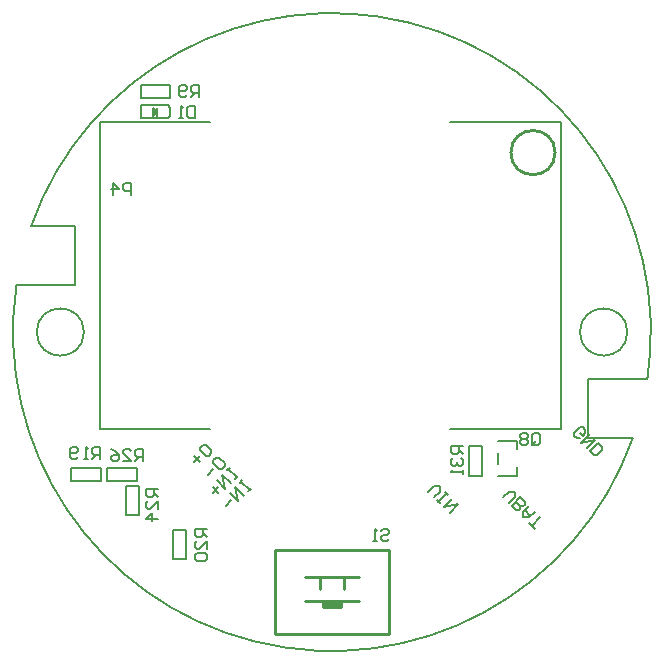
<source format=gbo>
%FSLAX25Y25*%
%MOIN*%
G70*
G01*
G75*
G04 Layer_Color=32896*
%ADD10R,0.03347X0.02756*%
%ADD11R,0.02362X0.03937*%
%ADD12O,0.04724X0.00984*%
%ADD13R,0.04724X0.01772*%
%ADD14O,0.04724X0.01772*%
%ADD15O,0.00984X0.04724*%
%ADD16O,0.01772X0.04724*%
%ADD17R,0.03937X0.02362*%
%ADD18R,0.02756X0.03347*%
%ADD19R,0.04724X0.01969*%
%ADD20O,0.03543X0.01969*%
%ADD21O,0.03543X0.01969*%
%ADD22R,0.03543X0.01969*%
%ADD23O,0.02500X0.05500*%
%ADD24R,0.02500X0.05500*%
%ADD25R,0.07874X0.07874*%
%ADD26C,0.01200*%
%ADD27C,0.06000*%
%ADD28C,0.01000*%
%ADD29C,0.02000*%
%ADD30C,0.00800*%
%ADD31C,0.01500*%
%ADD32C,0.03000*%
%ADD33C,0.05000*%
%ADD34C,0.00500*%
%ADD35C,0.05906*%
%ADD36P,0.08352X4X180.0*%
%ADD37R,0.05906X0.05906*%
G04:AMPARAMS|DCode=38|XSize=78.74mil|YSize=118.11mil|CornerRadius=0mil|HoleSize=0mil|Usage=FLASHONLY|Rotation=45.000|XOffset=0mil|YOffset=0mil|HoleType=Round|Shape=Rectangle|*
%AMROTATEDRECTD38*
4,1,4,0.01392,-0.06960,-0.06960,0.01392,-0.01392,0.06960,0.06960,-0.01392,0.01392,-0.06960,0.0*
%
%ADD38ROTATEDRECTD38*%

G04:AMPARAMS|DCode=39|XSize=78.74mil|YSize=118.11mil|CornerRadius=0mil|HoleSize=0mil|Usage=FLASHONLY|Rotation=45.000|XOffset=0mil|YOffset=0mil|HoleType=Round|Shape=Round|*
%AMOVALD39*
21,1,0.03937,0.07874,0.00000,0.00000,135.0*
1,1,0.07874,0.01392,-0.01392*
1,1,0.07874,-0.01392,0.01392*
%
%ADD39OVALD39*%

%ADD40C,0.06000*%
%ADD41P,0.08352X4X200.0*%
%ADD42R,0.05906X0.05906*%
%ADD43C,0.03000*%
%ADD44C,0.02000*%
%ADD45C,0.04000*%
%ADD46C,0.05000*%
%ADD47C,0.00787*%
%ADD48C,0.00984*%
%ADD49C,0.02362*%
%ADD50R,0.04147X0.03556*%
%ADD51R,0.03162X0.04737*%
%ADD52O,0.05524X0.01784*%
%ADD53R,0.05524X0.02572*%
%ADD54O,0.05524X0.02572*%
%ADD55O,0.01784X0.05524*%
%ADD56O,0.02572X0.05524*%
%ADD57R,0.04737X0.03162*%
%ADD58R,0.03556X0.04147*%
%ADD59R,0.05524X0.02769*%
%ADD60O,0.04343X0.02769*%
%ADD61O,0.04343X0.02769*%
%ADD62R,0.04343X0.02769*%
%ADD63O,0.03300X0.06300*%
%ADD64R,0.03300X0.06300*%
%ADD65R,0.08674X0.08674*%
%ADD66C,0.06706*%
%ADD67P,0.09483X4X180.0*%
%ADD68R,0.06706X0.06706*%
G04:AMPARAMS|DCode=69|XSize=86.74mil|YSize=126.11mil|CornerRadius=0mil|HoleSize=0mil|Usage=FLASHONLY|Rotation=45.000|XOffset=0mil|YOffset=0mil|HoleType=Round|Shape=Rectangle|*
%AMROTATEDRECTD69*
4,1,4,0.01392,-0.07525,-0.07525,0.01392,-0.01392,0.07525,0.07525,-0.01392,0.01392,-0.07525,0.0*
%
%ADD69ROTATEDRECTD69*%

G04:AMPARAMS|DCode=70|XSize=86.74mil|YSize=126.11mil|CornerRadius=0mil|HoleSize=0mil|Usage=FLASHONLY|Rotation=45.000|XOffset=0mil|YOffset=0mil|HoleType=Round|Shape=Round|*
%AMOVALD70*
21,1,0.03937,0.08674,0.00000,0.00000,135.0*
1,1,0.08674,0.01392,-0.01392*
1,1,0.08674,-0.01392,0.01392*
%
%ADD70OVALD70*%

%ADD71C,0.06800*%
%ADD72P,0.09483X4X200.0*%
%ADD73R,0.06706X0.06706*%
D28*
X74366Y59800D02*
G03*
X74366Y59800I-7366J0D01*
G01*
X-19100Y-96700D02*
Y-72700D01*
X18900D01*
Y-100700D02*
Y-72700D01*
X-19100Y-100700D02*
X18900D01*
X-19100D02*
Y-96700D01*
X-9100Y-81700D02*
X-1100D01*
X-3100D02*
X8900D01*
X-4100Y-85700D02*
Y-81700D01*
X3900Y-85700D02*
Y-81700D01*
X-9100Y-89700D02*
X8900D01*
X-3100Y-90700D02*
X2900D01*
X-3100Y-91700D02*
X2900D01*
X-3100D02*
Y-89700D01*
X2900Y-91700D02*
Y-89700D01*
D34*
X-74974Y-45235D02*
X-65131D01*
X-74974Y-49565D02*
X-65131D01*
Y-45235D01*
X-74974Y-49565D02*
Y-45235D01*
X-48735Y-75669D02*
Y-65826D01*
X-53065Y-75669D02*
Y-65826D01*
Y-75669D02*
X-48735D01*
X-53065Y-65826D02*
X-48735D01*
X49865Y-47969D02*
Y-38126D01*
X45535Y-47969D02*
Y-38126D01*
Y-47969D02*
X49865D01*
X45535Y-38126D02*
X49865D01*
X61768Y-39110D02*
Y-36158D01*
Y-47969D02*
Y-45016D01*
X55468Y-43835D02*
Y-40291D01*
Y-36158D02*
X61768D01*
X55468Y-47969D02*
X61768D01*
X-63669Y71235D02*
Y75565D01*
X-54613D01*
X-53826Y72022D02*
Y74778D01*
X-63669Y71235D02*
X-54613D01*
X-54613Y75565D02*
X-53826Y74778D01*
X-58255Y72022D02*
Y74778D01*
X-59633Y72022D02*
Y74778D01*
Y72022D02*
X-58255Y73400D01*
X-59633Y74778D02*
X-58255Y73400D01*
X-59633D02*
X-58255D01*
X-54613Y71235D02*
X-53826Y72022D01*
X-63674Y82265D02*
X-53831D01*
X-63674Y77935D02*
X-53831D01*
Y82265D01*
X-63674Y77935D02*
Y82265D01*
X39500Y70100D02*
X76272D01*
X39500Y-32262D02*
X76272D01*
X-77272Y70100D02*
X-40500D01*
X-77272Y-32262D02*
X-40500D01*
X76272D02*
Y70100D01*
X-77272Y-32262D02*
Y70100D01*
X-86874Y-45235D02*
X-77031D01*
X-86874Y-49565D02*
X-77031D01*
Y-45235D01*
X-86874Y-49565D02*
Y-45235D01*
X-64435Y-61068D02*
Y-51226D01*
X-68765Y-61068D02*
Y-51226D01*
Y-61068D02*
X-64435D01*
X-68765Y-51226D02*
X-64435D01*
X32173Y-53228D02*
X34058Y-51342D01*
X35943D01*
Y-53228D01*
X34058Y-55112D01*
X35000Y-56055D02*
X35943Y-56998D01*
X35471Y-56526D01*
X38299Y-53699D01*
X37828Y-53228D01*
X38770Y-54170D01*
X40184Y-55584D02*
X37356Y-58411D01*
X42069Y-57469D01*
X39241Y-60296D01*
X82629Y-35441D02*
X81686D01*
X80744Y-34499D01*
Y-33556D01*
X82629Y-31671D01*
X83571D01*
X84514Y-32614D01*
Y-33556D01*
X83571Y-34499D01*
X82629Y-33556D01*
X85927Y-34027D02*
X83100Y-36855D01*
X87813Y-35912D01*
X84985Y-38740D01*
X85927Y-39682D02*
X88755Y-36855D01*
X90169Y-38269D01*
Y-39211D01*
X88284Y-41096D01*
X87341D01*
X85927Y-39682D01*
X57173Y-55128D02*
X59057Y-53242D01*
X60943D01*
Y-55128D01*
X59057Y-57012D01*
X60000Y-57955D02*
X62827Y-55128D01*
X64241Y-56541D01*
Y-57484D01*
X63770Y-57955D01*
X62827D01*
X61414Y-56541D01*
X62827Y-57955D01*
Y-58898D01*
X62356Y-59369D01*
X61414D01*
X60000Y-57955D01*
X65655D02*
X63770Y-59840D01*
Y-61725D01*
X65655Y-61725D01*
X67540Y-59840D01*
X66126Y-61254D01*
X64241Y-59369D01*
X65655Y-63610D02*
X67540Y-65495D01*
X66597Y-64553D01*
X69425Y-61725D01*
X-63000Y-42900D02*
Y-38901D01*
X-64999D01*
X-65666Y-39568D01*
Y-40901D01*
X-64999Y-41567D01*
X-63000D01*
X-64333D02*
X-65666Y-42900D01*
X-69665D02*
X-66999D01*
X-69665Y-40234D01*
Y-39568D01*
X-68998Y-38901D01*
X-67665D01*
X-66999Y-39568D01*
X-73663Y-38901D02*
X-72330Y-39568D01*
X-70997Y-40901D01*
Y-42234D01*
X-71664Y-42900D01*
X-72997D01*
X-73663Y-42234D01*
Y-41567D01*
X-72997Y-40901D01*
X-70997D01*
X-41700Y-65600D02*
X-45699D01*
Y-67599D01*
X-45032Y-68266D01*
X-43699D01*
X-43033Y-67599D01*
Y-65600D01*
Y-66933D02*
X-41700Y-68266D01*
Y-72264D02*
Y-69599D01*
X-44366Y-72264D01*
X-45032D01*
X-45699Y-71598D01*
Y-70265D01*
X-45032Y-69599D01*
Y-73597D02*
X-45699Y-74264D01*
Y-75597D01*
X-45032Y-76263D01*
X-42366D01*
X-41700Y-75597D01*
Y-74264D01*
X-42366Y-73597D01*
X-45032D01*
X-66900Y45700D02*
Y49699D01*
X-68899D01*
X-69566Y49032D01*
Y47699D01*
X-68899Y47033D01*
X-66900D01*
X-72898Y45700D02*
Y49699D01*
X-70899Y47699D01*
X-73564D01*
X-58000Y-52300D02*
X-61999D01*
Y-54299D01*
X-61332Y-54966D01*
X-59999D01*
X-59333Y-54299D01*
Y-52300D01*
Y-53633D02*
X-58000Y-54966D01*
Y-58965D02*
Y-56299D01*
X-60666Y-58965D01*
X-61332D01*
X-61999Y-58298D01*
Y-56965D01*
X-61332Y-56299D01*
X-58000Y-62297D02*
X-61999D01*
X-59999Y-60297D01*
Y-62963D01*
X-44400Y78500D02*
Y82499D01*
X-46399D01*
X-47066Y81832D01*
Y80499D01*
X-46399Y79833D01*
X-44400D01*
X-45733D02*
X-47066Y78500D01*
X-48399Y79166D02*
X-49065Y78500D01*
X-50398D01*
X-51064Y79166D01*
Y81832D01*
X-50398Y82499D01*
X-49065D01*
X-48399Y81832D01*
Y81166D01*
X-49065Y80499D01*
X-51064D01*
X-45600Y75499D02*
Y71500D01*
X-47599D01*
X-48266Y72166D01*
Y74832D01*
X-47599Y75499D01*
X-45600D01*
X-49599Y71500D02*
X-50932D01*
X-50265D01*
Y75499D01*
X-49599Y74832D01*
X66734Y-37034D02*
Y-34368D01*
X67401Y-33701D01*
X68734D01*
X69400Y-34368D01*
Y-37034D01*
X68734Y-37700D01*
X67401D01*
X68067Y-36367D02*
X66734Y-37700D01*
X67401D02*
X66734Y-37034D01*
X65401Y-34368D02*
X64735Y-33701D01*
X63402D01*
X62735Y-34368D01*
Y-35034D01*
X63402Y-35701D01*
X62735Y-36367D01*
Y-37034D01*
X63402Y-37700D01*
X64735D01*
X65401Y-37034D01*
Y-36367D01*
X64735Y-35701D01*
X65401Y-35034D01*
Y-34368D01*
X64735Y-35701D02*
X63402D01*
X43700Y-38100D02*
X39701D01*
Y-40099D01*
X40368Y-40766D01*
X41701D01*
X42367Y-40099D01*
Y-38100D01*
Y-39433D02*
X43700Y-40766D01*
X40368Y-42099D02*
X39701Y-42765D01*
Y-44098D01*
X40368Y-44765D01*
X41034D01*
X41701Y-44098D01*
Y-43432D01*
Y-44098D01*
X42367Y-44765D01*
X43034D01*
X43700Y-44098D01*
Y-42765D01*
X43034Y-42099D01*
X43700Y-46097D02*
Y-47430D01*
Y-46764D01*
X39701D01*
X40368Y-46097D01*
X-77300Y-42474D02*
Y-38475D01*
X-79299D01*
X-79966Y-39142D01*
Y-40475D01*
X-79299Y-41141D01*
X-77300D01*
X-78633D02*
X-79966Y-42474D01*
X-81299D02*
X-82632D01*
X-81965D01*
Y-38475D01*
X-81299Y-39142D01*
X-84631Y-41808D02*
X-85297Y-42474D01*
X-86630D01*
X-87297Y-41808D01*
Y-39142D01*
X-86630Y-38475D01*
X-85297D01*
X-84631Y-39142D01*
Y-39808D01*
X-85297Y-40475D01*
X-87297D01*
X16234Y-66342D02*
X16901Y-65675D01*
X18234D01*
X18900Y-66342D01*
Y-67008D01*
X18234Y-67675D01*
X16901D01*
X16234Y-68341D01*
Y-69008D01*
X16901Y-69674D01*
X18234D01*
X18900Y-69008D01*
X14901Y-69674D02*
X13568D01*
X14235D01*
Y-65675D01*
X14901Y-66342D01*
X-39541Y-42786D02*
X-38599Y-41844D01*
X-37656D01*
X-35771Y-43729D01*
Y-44671D01*
X-36714Y-45614D01*
X-37656D01*
X-39541Y-43729D01*
Y-42786D01*
Y-45614D02*
X-41426Y-47499D01*
X-43941Y-38486D02*
X-42999Y-37544D01*
X-42056D01*
X-40171Y-39429D01*
Y-40371D01*
X-41114Y-41314D01*
X-42056D01*
X-43941Y-39429D01*
Y-38486D01*
Y-41314D02*
X-45826Y-43199D01*
X-45826Y-41314D02*
X-43941Y-43199D01*
X-29827Y-49373D02*
X-30770Y-50315D01*
X-30299Y-49844D01*
X-27471Y-52671D01*
X-27000Y-52200D01*
X-27942Y-53142D01*
X-29356Y-54556D02*
X-32184Y-51729D01*
X-31241Y-56441D01*
X-34069Y-53614D01*
X-33597Y-55970D02*
X-35482Y-57855D01*
X-34128Y-45173D02*
X-35070Y-46115D01*
X-34599Y-45644D01*
X-31771Y-48471D01*
X-31300Y-48000D01*
X-32243Y-48943D01*
X-33656Y-50356D02*
X-36484Y-47529D01*
X-35541Y-52241D01*
X-38369Y-49414D01*
X-37898Y-51770D02*
X-39783Y-53655D01*
Y-51770D02*
X-37898Y-53655D01*
X105123Y-15766D02*
G03*
X-100244Y35364I-105123J15766D01*
G01*
X-105128Y15737D02*
G03*
X100221Y-35430I105128J-15737D01*
G01*
X-82677Y49D02*
G03*
X-82677Y0I-7874J-49D01*
G01*
X98425Y49D02*
G03*
X98425Y0I-7874J-49D01*
G01*
X-105128Y15748D02*
X-85515D01*
X-100199Y35348D02*
X-85515D01*
Y15748D02*
Y35348D01*
X85315Y-35348D02*
Y-15748D01*
Y-35433D02*
X100229D01*
X85315Y-15748D02*
X105000D01*
M02*

</source>
